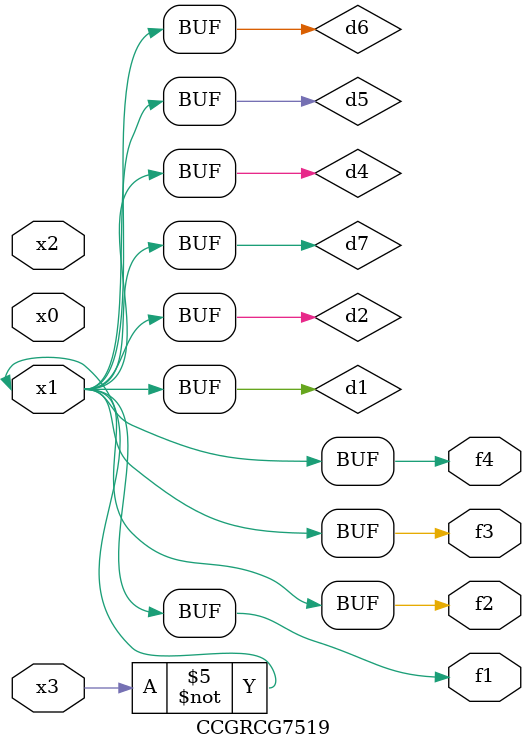
<source format=v>
module CCGRCG7519(
	input x0, x1, x2, x3,
	output f1, f2, f3, f4
);

	wire d1, d2, d3, d4, d5, d6, d7;

	not (d1, x3);
	buf (d2, x1);
	xnor (d3, d1, d2);
	nor (d4, d1);
	buf (d5, d1, d2);
	buf (d6, d4, d5);
	nand (d7, d4);
	assign f1 = d6;
	assign f2 = d7;
	assign f3 = d6;
	assign f4 = d6;
endmodule

</source>
